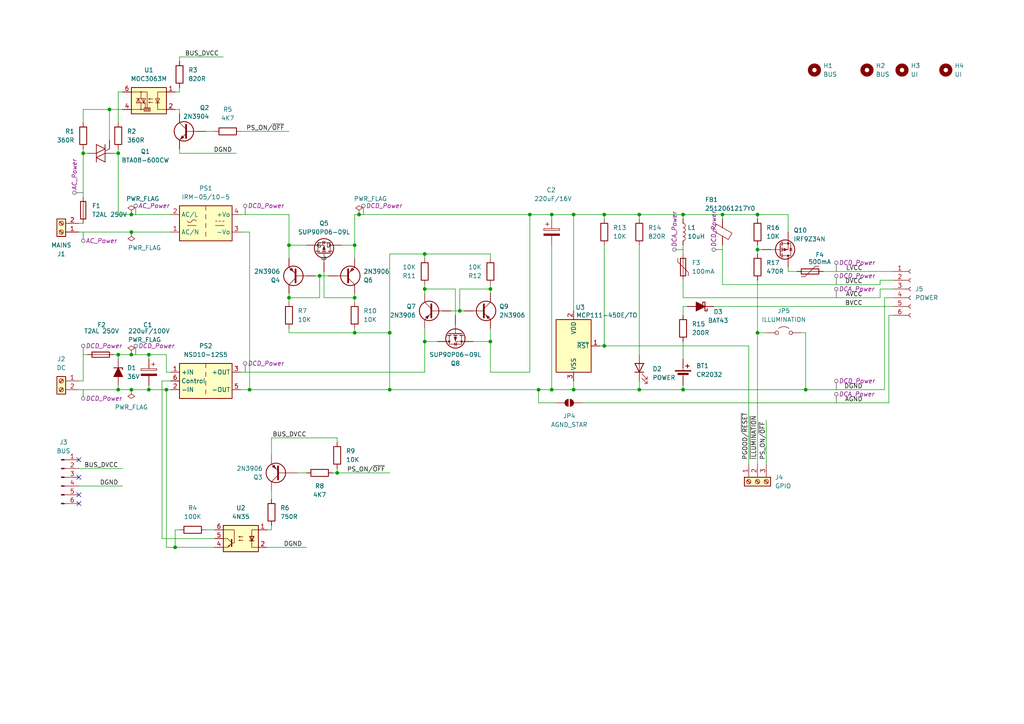
<source format=kicad_sch>
(kicad_sch (version 20250114) (generator "eeschema") (generator_version "9.0")
  (paper "A4")
  (title_block (title "Valhalla MOD-PSU") (date "2025-12-28") (rev "3"))
  (lib_symbols
    (symbol "2N3906_1" (pin_numbers (hide yes)) (pin_names (offset 0) (hide yes))
      (property "Reference" "Q" (at 5.08 1.905 0))
      (property "Value" "2N3906" (at 5.08 0 0))
      (symbol "2N3906_1_1_1"
        (pin input line (at -5.08 0 0) (length 2.54) (name "B") (number "2"))
        (pin passive line (at 2.54 5.08 270) (length 2.54) (name "C") (number "3"))
        (pin passive line (at 2.54 -5.08 90) (length 2.54) (name "E") (number "1"))
      )
    )
    (symbol "2N3906_2" (pin_numbers (hide yes)) (pin_names (offset 0) (hide yes))
      (property "Reference" "Q" (at 5.08 1.905 0))
      (property "Value" "2N3906" (at 5.08 0 0))
      (symbol "2N3906_2_1_1"
        (pin input line (at -5.08 0 0) (length 2.54) (name "B") (number "2"))
        (pin passive line (at 2.54 5.08 270) (length 2.54) (name "C") (number "3"))
        (pin passive line (at 2.54 -5.08 90) (length 2.54) (name "E") (number "1"))
      )
    )
    (symbol "Connector:Conn_01x06_Pin" (pin_names (offset 1.016) (hide yes))
      (property "Reference" "J" (at 0 7.62 0))
      (property "Value" "Conn_01x06_Pin" (at 0 -10.16 0))
      (symbol "Conn_01x06_Pin_1_1"
        (pin passive line (at 5.08 5.08 180) (length 3.81) (name "Pin_1") (number "1"))
        (pin passive line (at 5.08 2.54 180) (length 3.81) (name "Pin_2") (number "2"))
        (pin passive line (at 5.08 0 180) (length 3.81) (name "Pin_3") (number "3"))
        (pin passive line (at 5.08 -2.54 180) (length 3.81) (name "Pin_4") (number "4"))
        (pin passive line (at 5.08 -5.08 180) (length 3.81) (name "Pin_5") (number "5"))
        (pin passive line (at 5.08 -7.62 180) (length 3.81) (name "Pin_6") (number "6"))
      )
    )
    (symbol "Connector:Conn_01x06_Socket" (pin_names (offset 1.016) (hide yes))
      (property "Reference" "J" (at 0 7.62 0))
      (property "Value" "Conn_01x06_Socket" (at 0 -10.16 0))
      (symbol "Conn_01x06_Socket_1_1"
        (pin passive line (at -5.08 5.08 0) (length 3.81) (name "Pin_1") (number "1"))
        (pin passive line (at -5.08 2.54 0) (length 3.81) (name "Pin_2") (number "2"))
        (pin passive line (at -5.08 0 0) (length 3.81) (name "Pin_3") (number "3"))
        (pin passive line (at -5.08 -2.54 0) (length 3.81) (name "Pin_4") (number "4"))
        (pin passive line (at -5.08 -5.08 0) (length 3.81) (name "Pin_5") (number "5"))
        (pin passive line (at -5.08 -7.62 0) (length 3.81) (name "Pin_6") (number "6"))
      )
    )
    (symbol "Connector:Screw_Terminal_01x02" (pin_names (offset 1.016) (hide yes))
      (property "Reference" "J" (at 0 2.54 0))
      (property "Value" "Screw_Terminal_01x02" (at 0 -5.08 0))
      (symbol "Screw_Terminal_01x02_1_1"
        (pin passive line (at -5.08 0 0) (length 3.81) (name "Pin_1") (number "1"))
        (pin passive line (at -5.08 -2.54 0) (length 3.81) (name "Pin_2") (number "2"))
      )
    )
    (symbol "Connector:Screw_Terminal_01x03" (pin_names (offset 1.016) (hide yes))
      (property "Reference" "J" (at 0 5.08 0))
      (property "Value" "Screw_Terminal_01x03" (at 0 -5.08 0))
      (symbol "Screw_Terminal_01x03_1_1"
        (pin passive line (at -5.08 2.54 0) (length 3.81) (name "Pin_1") (number "1"))
        (pin passive line (at -5.08 0 0) (length 3.81) (name "Pin_2") (number "2"))
        (pin passive line (at -5.08 -2.54 0) (length 3.81) (name "Pin_3") (number "3"))
      )
    )
    (symbol "Converter_ACDC:IRM-05-5"
      (property "Reference" "PS" (at 0 6.35 0))
      (property "Value" "IRM-05-5" (at 0 -6.35 0))
      (symbol "IRM-05-5_1_1"
        (pin power_in line (at -10.16 2.54 0) (length 2.54) (name "AC/L") (number "2"))
        (pin power_in line (at -10.16 -2.54 0) (length 2.54) (name "AC/N") (number "1"))
        (pin power_out line (at 10.16 2.54 180) (length 2.54) (name "+Vo") (number "4"))
        (pin power_out line (at 10.16 -2.54 180) (length 2.54) (name "-Vo") (number "3"))
      )
    )
    (symbol "Converter_DCDC:NSD10-xxSyy"
      (property "Reference" "U" (at -6.35 6.35 0))
      (property "Value" "NSD10-xxSyy" (at 2.54 6.35 0))
      (symbol "NSD10-xxSyy_1_0"
        (pin power_in line (at -10.16 2.54 0) (length 2.54) (name "+IN") (number "1"))
        (pin input line (at -10.16 0 0) (length 2.54) (name "Control") (number "6"))
        (pin power_in line (at -10.16 -2.54 0) (length 2.54) (name "-IN") (number "2"))
        (pin no_connect line (at 0 5.08 270) (length 2.54) (hide yes) (name "NC") (number "4"))
        (pin power_out line (at 10.16 2.54 180) (length 2.54) (name "+OUT") (number "3"))
        (pin power_out line (at 10.16 -2.54 180) (length 2.54) (name "-OUT") (number "5"))
      )
    )
    (symbol "Device:Battery_Cell" (pin_numbers (hide yes)) (pin_names (offset 0) (hide yes))
      (property "Reference" "BT" (at 2.54 2.54 0))
      (property "Value" "Battery_Cell" (at 2.54 0 0))
      (symbol "Battery_Cell_1_1"
        (pin passive line (at 0 5.08 270) (length 2.54) (name "+") (number "1"))
        (pin passive line (at 0 -2.54 90) (length 2.54) (name "-") (number "2"))
      )
    )
    (symbol "Device:C_Polarized" (pin_numbers (hide yes)) (pin_names (offset 0.254))
      (property "Reference" "C" (at 0.635 2.54 0))
      (property "Value" "C_Polarized" (at 0.635 -2.54 0))
      (symbol "C_Polarized_1_1"
        (pin passive line (at 0 3.81 270) (length 2.794) (name "~") (number "1"))
        (pin passive line (at 0 -3.81 90) (length 2.794) (name "~") (number "2"))
      )
    )
    (symbol "Device:D_Schottky_Filled" (pin_numbers (hide yes)) (pin_names (offset 1.016) (hide yes))
      (property "Reference" "D" (at 0 2.54 0))
      (property "Value" "D_Schottky_Filled" (at 0 -2.54 0))
      (symbol "D_Schottky_Filled_1_1"
        (pin passive line (at -3.81 0 0) (length 2.54) (name "K") (number "1"))
        (pin passive line (at 3.81 0 180) (length 2.54) (name "A") (number "2"))
      )
    )
    (symbol "Device:D_Zener_Filled" (pin_numbers (hide yes)) (pin_names (offset 1.016) (hide yes))
      (property "Reference" "D" (at 0 2.54 0))
      (property "Value" "D_Zener_Filled" (at 0 -2.54 0))
      (symbol "D_Zener_Filled_1_1"
        (pin passive line (at -3.81 0 0) (length 2.54) (name "K") (number "1"))
        (pin passive line (at 3.81 0 180) (length 2.54) (name "A") (number "2"))
      )
    )
    (symbol "Device:FerriteBead" (pin_numbers (hide yes)) (pin_names (offset 0))
      (property "Reference" "FB" (at -3.81 0.635 90))
      (property "Value" "FerriteBead" (at 3.81 0 90))
      (symbol "FerriteBead_1_1"
        (pin passive line (at 0 3.81 270) (length 2.54) (name "~") (number "1"))
        (pin passive line (at 0 -3.81 90) (length 2.54) (name "~") (number "2"))
      )
    )
    (symbol "Device:Fuse" (pin_numbers (hide yes)) (pin_names (offset 0))
      (property "Reference" "F" (at 2.032 0 90))
      (property "Value" "Fuse" (at -1.905 0 90))
      (symbol "Fuse_1_1"
        (pin passive line (at 0 3.81 270) (length 1.27) (name "~") (number "1"))
        (pin passive line (at 0 -3.81 90) (length 1.27) (name "~") (number "2"))
      )
    )
    (symbol "Device:L" (pin_numbers (hide yes)) (pin_names (offset 1.016) (hide yes))
      (property "Reference" "L" (at -1.27 0 90))
      (property "Value" "L" (at 1.905 0 90))
      (symbol "L_1_1"
        (pin passive line (at 0 3.81 270) (length 1.27) (name "1") (number "1"))
        (pin passive line (at 0 -3.81 90) (length 1.27) (name "2") (number "2"))
      )
    )
    (symbol "Device:LED" (pin_numbers (hide yes)) (pin_names (offset 1.016) (hide yes))
      (property "Reference" "D" (at 0 2.54 0))
      (property "Value" "LED" (at 0 -2.54 0))
      (symbol "LED_1_1"
        (pin passive line (at -3.81 0 0) (length 2.54) (name "K") (number "1"))
        (pin passive line (at 3.81 0 180) (length 2.54) (name "A") (number "2"))
      )
    )
    (symbol "Device:Polyfuse" (pin_numbers (hide yes)) (pin_names (offset 0))
      (property "Reference" "F" (at -2.54 0 90))
      (property "Value" "Polyfuse" (at 2.54 0 90))
      (symbol "Polyfuse_1_1"
        (pin passive line (at 0 3.81 270) (length 1.27) (name "~") (number "1"))
        (pin passive line (at 0 -3.81 90) (length 1.27) (name "~") (number "2"))
      )
    )
    (symbol "Device:R" (pin_numbers (hide yes)) (pin_names (offset 0))
      (property "Reference" "R" (at 2.032 0 90))
      (property "Value" "R" (at 0 0 90))
      (symbol "R_1_1"
        (pin passive line (at 0 3.81 270) (length 1.27) (name "~") (number "1"))
        (pin passive line (at 0 -3.81 90) (length 1.27) (name "~") (number "2"))
      )
    )
    (symbol "IRF4905_1" (pin_numbers (hide yes)) (pin_names (hide yes))
      (property "Reference" "Q" (at 5.08 1.905 0))
      (property "Value" "IRF4905" (at 5.08 0 0))
      (symbol "IRF4905_1_1_1"
        (pin input line (at -5.08 0 0) (length 2.54) (name "G") (number "1"))
        (pin passive line (at 2.54 5.08 270) (length 2.54) (name "D") (number "2"))
        (pin passive line (at 2.54 -5.08 90) (length 2.54) (name "S") (number "3"))
      )
    )
    (symbol "IRF4905_2" (pin_numbers (hide yes))
      (property "Reference" "Q" (at 5.08 1.905 0))
      (property "Value" "IRF4905" (at 5.08 0 0))
      (symbol "IRF4905_2_1_1"
        (pin input line (at -5.08 0 0) (length 2.54) (name "G") (number "1"))
        (pin passive line (at 2.54 5.08 270) (length 2.54) (name "D") (number "2"))
        (pin passive line (at 2.54 -5.08 90) (length 2.54) (name "S") (number "3"))
      )
    )
    (symbol "Isolator:4N35" (pin_names (offset 1.016))
      (property "Reference" "U" (at -5.08 5.08 0))
      (property "Value" "4N35" (at 0 5.08 0))
      (symbol "4N35_1_1"
        (pin passive line (at -7.62 2.54 0) (length 2.54) (name "~") (number "1"))
        (pin passive line (at -7.62 -2.54 0) (length 2.54) (name "~") (number "2"))
        (pin no_connect line (at -5.08 0 0) (length 2.54) (hide yes) (name "NC") (number "3"))
        (pin passive line (at 7.62 2.54 180) (length 2.54) (name "~") (number "6"))
        (pin passive line (at 7.62 0 180) (length 2.54) (name "~") (number "5"))
        (pin passive line (at 7.62 -2.54 180) (length 2.54) (name "~") (number "4"))
      )
    )
    (symbol "Jumper:Jumper_2_Open" (pin_numbers (hide yes)) (pin_names (offset 0) (hide yes))
      (property "Reference" "JP" (at 0 2.794 0))
      (property "Value" "Jumper_2_Open" (at 0 -2.286 0))
      (symbol "Jumper_2_Open_1_1"
        (pin passive line (at -5.08 0 0) (length 2.54) (name "A") (number "1"))
        (pin passive line (at 5.08 0 180) (length 2.54) (name "B") (number "2"))
      )
    )
    (symbol "Jumper:SolderJumper_2_Open" (pin_numbers (hide yes)) (pin_names (offset 0) (hide yes)) (exclude_from_sim yes) (in_bom no)
      (property "Reference" "JP" (at 0 2.032 0))
      (property "Value" "SolderJumper_2_Open" (at 0 -2.54 0))
      (symbol "SolderJumper_2_Open_1_1"
        (pin passive line (at -3.81 0 0) (length 2.54) (name "A") (number "1"))
        (pin passive line (at 3.81 0 180) (length 2.54) (name "B") (number "2"))
      )
    )
    (symbol "Mechanical:MountingHole" (pin_names (offset 1.016)) (exclude_from_sim yes) (in_bom no)
      (property "Reference" "H" (at 0 5.08 0))
      (property "Value" "MountingHole" (at 0 3.175 0))
    )
    (symbol "Power_Supervisor:MCP120-xxxDxTO"
      (property "Reference" "U" (at -5.08 8.89 0))
      (property "Value" "MCP120-xxxDxTO" (at 8.89 8.89 0))
      (symbol "MCP120-xxxDxTO_0_1"
        (pin power_in line (at 0 10.16 270) (length 2.54) (name "VDD") (number "2"))
      )
      (symbol "MCP120-xxxDxTO_1_1"
        (pin power_in line (at 0 -10.16 90) (length 2.54) (name "VSS") (number "3"))
        (pin open_collector line (at 7.62 0 180) (length 2.54) (name "~{RST}") (number "1"))
      )
    )
    (symbol "Relay_SolidState:MOC3063M"
      (property "Reference" "U" (at -5.08 5.08 0))
      (property "Value" "MOC3063M" (at 0 5.08 0))
      (symbol "MOC3063M_0_0"
        (text "ZCD" (at 0.508 -2.54 0) (effects (font (size 0.508 0.508))))
      )
      (symbol "MOC3063M_1_1"
        (pin passive line (at -7.62 2.54 0) (length 2.54) (name "~") (number "1"))
        (pin passive line (at -7.62 -2.54 0) (length 2.54) (name "~") (number "2"))
        (pin no_connect line (at -5.08 0 0) (length 2.54) (hide yes) (name "NC") (number "3"))
        (pin no_connect line (at 5.08 0 180) (length 2.54) (hide yes) (name "NC") (number "5"))
        (pin passive line (at 7.62 2.54 180) (length 2.54) (name "~") (number "6"))
        (pin passive line (at 7.62 -2.54 180) (length 2.54) (name "~") (number "4"))
      )
    )
    (symbol "Transistor_BJT:2N3904" (pin_numbers (hide yes)) (pin_names (offset 0) (hide yes))
      (property "Reference" "Q" (at 5.08 1.905 0))
      (property "Value" "2N3904" (at 5.08 0 0))
      (symbol "2N3904_1_1"
        (pin input line (at -5.08 0 0) (length 2.54) (name "B") (number "2"))
        (pin passive line (at 2.54 5.08 270) (length 2.54) (name "C") (number "3"))
        (pin passive line (at 2.54 -5.08 90) (length 2.54) (name "E") (number "1"))
      )
    )
    (symbol "Transistor_BJT:2N3906" (pin_numbers (hide yes)) (pin_names (offset 0) (hide yes))
      (property "Reference" "Q" (at 5.08 1.905 0))
      (property "Value" "2N3906" (at 5.08 0 0))
      (symbol "2N3906_1_1"
        (pin input line (at -5.08 0 0) (length 2.54) (name "B") (number "2"))
        (pin passive line (at 2.54 5.08 270) (length 2.54) (name "C") (number "3"))
        (pin passive line (at 2.54 -5.08 90) (length 2.54) (name "E") (number "1"))
      )
    )
    (symbol "Transistor_FET:Q_PMOS_GDS" (pin_numbers (hide yes)) (pin_names (offset 0) (hide yes))
      (property "Reference" "Q" (at 5.08 1.905 0))
      (property "Value" "Q_PMOS_GDS" (at 5.08 0 0))
      (symbol "Q_PMOS_GDS_1_1"
        (pin input line (at -5.08 0 0) (length 2.54) (name "G") (number "1"))
        (pin passive line (at 2.54 5.08 270) (length 2.54) (name "D") (number "2"))
        (pin passive line (at 2.54 -5.08 90) (length 2.54) (name "S") (number "3"))
      )
    )
    (symbol "Triac_Thyristor:BTA16-600CW" (pin_numbers (hide yes)) (pin_names (offset 0) (hide yes))
      (property "Reference" "Q" (at 5.08 1.905 0))
      (property "Value" "BTA16-600CW" (at 5.08 0 0))
      (symbol "BTA16-600CW_1_1"
        (pin input line (at -3.81 -2.54 0) (length 2.54) (name "G") (number "3"))
        (pin passive line (at 0 3.81 270) (length 2.54) (name "A2") (number "2"))
        (pin passive line (at 0 -3.81 90) (length 2.54) (name "A1") (number "1"))
      )
    )
    (symbol "power:PWR_FLAG" (power) (pin_numbers (hide yes)) (pin_names (offset 0) (hide yes))
      (property "Value" "PWR_FLAG" (at 0 3.81 0))
      (symbol "PWR_FLAG_0_0"
        (pin power_out line (at 0 0 90) (length 0) (name "~") (number "1"))
      )
    )
  )
  (junction (at 175.26 100.33))
  (junction (at 123.19 83.82))
  (junction (at 175.26 62.23))
  (junction (at 102.87 96.52))
  (junction (at 102.87 71.12))
  (junction (at 123.19 73.66))
  (junction (at 83.82 86.36))
  (junction (at 50.8 158.75))
  (junction (at 198.12 62.23))
  (junction (at 209.55 62.23))
  (junction (at 160.02 113.03))
  (junction (at 142.24 99.06))
  (junction (at 83.82 71.12))
  (junction (at 38.1 113.03))
  (junction (at 113.03 113.03))
  (junction (at 219.71 96.52))
  (junction (at 92.71 80.01))
  (junction (at 166.37 62.23))
  (junction (at 104.14 62.23))
  (junction (at 113.03 96.52))
  (junction (at 31.75 31.75))
  (junction (at 102.87 86.36))
  (junction (at 233.68 113.03))
  (junction (at 43.18 102.87))
  (junction (at 97.79 137.16))
  (junction (at 48.26 113.03))
  (junction (at 72.39 113.03))
  (junction (at 34.29 113.03))
  (junction (at 156.21 113.03))
  (junction (at 24.13 44.45))
  (junction (at 133.35 90.17))
  (junction (at 219.71 62.23))
  (junction (at 185.42 62.23))
  (junction (at 142.24 83.82))
  (junction (at 34.29 44.45))
  (junction (at 153.67 62.23))
  (junction (at 38.1 67.31))
  (junction (at 38.1 62.23))
  (junction (at 43.18 113.03))
  (junction (at 166.37 113.03))
  (junction (at 185.42 113.03))
  (junction (at 198.12 113.03))
  (junction (at 219.71 72.39))
  (junction (at 160.02 62.23))
  (junction (at 123.19 99.06))
  (junction (at 34.29 102.87))
  (junction (at 38.1 102.87))
  (no_connect (at 22.86 143.51))
  (no_connect (at 22.86 146.05))
  (no_connect (at 22.86 138.43))
  (no_connect (at 22.86 133.35))
  (wire (pts (xy 198.12 71.12) (xy 198.12 73.66)))
  (wire (pts (xy 50.8 31.75) (xy 52.07 31.75)))
  (wire (pts (xy 50.8 153.67) (xy 50.8 158.75)))
  (wire (pts (xy 233.68 96.52) (xy 233.68 113.03)))
  (wire (pts (xy 92.71 86.36) (xy 92.71 80.01)))
  (wire (pts (xy 185.42 113.03) (xy 198.12 113.03)))
  (wire (pts (xy 97.79 127) (xy 97.79 128.27)))
  (wire (pts (xy 22.86 64.77) (xy 24.13 64.77)))
  (wire (pts (xy 228.6 78.74) (xy 231.14 78.74)))
  (wire (pts (xy 77.47 158.75) (xy 88.9 158.75)))
  (wire (pts (xy 77.47 153.67) (xy 78.74 153.67)))
  (wire (pts (xy 22.86 67.31) (xy 38.1 67.31)))
  (wire (pts (xy 48.26 102.87) (xy 48.26 107.95)))
  (wire (pts (xy 91.44 80.01) (xy 92.71 80.01)))
  (wire (pts (xy 207.01 88.9) (xy 259.08 88.9)))
  (wire (pts (xy 102.87 86.36) (xy 102.87 87.63)))
  (wire (pts (xy 198.12 81.28) (xy 198.12 86.36)))
  (wire (pts (xy 113.03 96.52) (xy 102.87 96.52)))
  (wire (pts (xy 102.87 85.09) (xy 102.87 86.36)))
  (wire (pts (xy 83.82 86.36) (xy 83.82 87.63)))
  (wire (pts (xy 132.08 83.82) (xy 123.19 83.82)))
  (wire (pts (xy 175.26 71.12) (xy 175.26 100.33)))
  (wire (pts (xy 99.06 71.12) (xy 102.87 71.12)))
  (wire (pts (xy 123.19 99.06) (xy 123.19 95.25)))
  (wire (pts (xy 72.39 113.03) (xy 113.03 113.03)))
  (wire (pts (xy 113.03 113.03) (xy 156.21 113.03)))
  (wire (pts (xy 142.24 107.95) (xy 153.67 107.95)))
  (wire (pts (xy 198.12 62.23) (xy 209.55 62.23)))
  (wire (pts (xy 168.91 116.84) (xy 257.81 116.84)))
  (wire (pts (xy 97.79 137.16) (xy 113.03 137.16)))
  (wire (pts (xy 83.82 85.09) (xy 83.82 86.36)))
  (wire (pts (xy 198.12 113.03) (xy 233.68 113.03)))
  (wire (pts (xy 83.82 96.52) (xy 102.87 96.52)))
  (wire (pts (xy 38.1 67.31) (xy 49.53 67.31)))
  (wire (pts (xy 156.21 116.84) (xy 156.21 113.03)))
  (wire (pts (xy 104.14 62.23) (xy 153.67 62.23)))
  (wire (pts (xy 222.25 121.92) (xy 222.25 134.62)))
  (wire (pts (xy 219.71 81.28) (xy 219.71 96.52)))
  (wire (pts (xy 34.29 43.18) (xy 34.29 44.45)))
  (wire (pts (xy 78.74 127) (xy 97.79 127)))
  (wire (pts (xy 97.79 135.89) (xy 97.79 137.16)))
  (wire (pts (xy 52.07 43.18) (xy 52.07 44.45)))
  (wire (pts (xy 160.02 113.03) (xy 156.21 113.03)))
  (wire (pts (xy 113.03 96.52) (xy 113.03 113.03)))
  (wire (pts (xy 83.82 71.12) (xy 83.82 74.93)))
  (wire (pts (xy 78.74 152.4) (xy 78.74 153.67)))
  (wire (pts (xy 238.76 78.74) (xy 259.08 78.74)))
  (wire (pts (xy 43.18 111.76) (xy 43.18 113.03)))
  (wire (pts (xy 52.07 31.75) (xy 52.07 33.02)))
  (wire (pts (xy 209.55 71.12) (xy 209.55 82.55)))
  (wire (pts (xy 142.24 99.06) (xy 142.24 95.25)))
  (wire (pts (xy 219.71 72.39) (xy 220.98 72.39)))
  (wire (pts (xy 34.29 113.03) (xy 38.1 113.03)))
  (wire (pts (xy 83.82 95.25) (xy 83.82 96.52)))
  (wire (pts (xy 48.26 113.03) (xy 49.53 113.03)))
  (wire (pts (xy 123.19 99.06) (xy 123.19 107.95)))
  (wire (pts (xy 142.24 74.93) (xy 142.24 73.66)))
  (wire (pts (xy 52.07 17.78) (xy 52.07 16.51)))
  (wire (pts (xy 86.36 137.16) (xy 88.9 137.16)))
  (wire (pts (xy 43.18 102.87) (xy 48.26 102.87)))
  (wire (pts (xy 69.85 62.23) (xy 83.82 62.23)))
  (wire (pts (xy 52.07 26.67) (xy 52.07 25.4)))
  (wire (pts (xy 257.81 116.84) (xy 257.81 91.44)))
  (wire (pts (xy 24.13 43.18) (xy 24.13 44.45)))
  (wire (pts (xy 130.81 90.17) (xy 133.35 90.17)))
  (wire (pts (xy 34.29 44.45) (xy 33.02 44.45)))
  (wire (pts (xy 102.87 71.12) (xy 102.87 74.93)))
  (wire (pts (xy 255.27 86.36) (xy 255.27 83.82)))
  (wire (pts (xy 102.87 95.25) (xy 102.87 96.52)))
  (wire (pts (xy 132.08 91.44) (xy 132.08 83.82)))
  (wire (pts (xy 24.13 31.75) (xy 31.75 31.75)))
  (wire (pts (xy 22.86 110.49) (xy 24.13 110.49)))
  (wire (pts (xy 92.71 80.01) (xy 95.25 80.01)))
  (wire (pts (xy 255.27 82.55) (xy 255.27 81.28)))
  (wire (pts (xy 83.82 86.36) (xy 92.71 86.36)))
  (wire (pts (xy 48.26 158.75) (xy 50.8 158.75)))
  (wire (pts (xy 38.1 62.23) (xy 49.53 62.23)))
  (wire (pts (xy 69.85 107.95) (xy 123.19 107.95)))
  (wire (pts (xy 24.13 35.56) (xy 24.13 31.75)))
  (wire (pts (xy 24.13 44.45) (xy 25.4 44.45)))
  (wire (pts (xy 123.19 73.66) (xy 113.03 73.66)))
  (wire (pts (xy 22.86 140.97) (xy 35.56 140.97)))
  (wire (pts (xy 50.8 158.75) (xy 62.23 158.75)))
  (wire (pts (xy 175.26 62.23) (xy 185.42 62.23)))
  (wire (pts (xy 166.37 62.23) (xy 166.37 90.17)))
  (wire (pts (xy 59.69 38.1) (xy 62.23 38.1)))
  (wire (pts (xy 38.1 113.03) (xy 43.18 113.03)))
  (wire (pts (xy 142.24 99.06) (xy 142.24 107.95)))
  (wire (pts (xy 209.55 82.55) (xy 255.27 82.55)))
  (wire (pts (xy 257.81 91.44) (xy 259.08 91.44)))
  (wire (pts (xy 142.24 73.66) (xy 123.19 73.66)))
  (wire (pts (xy 166.37 113.03) (xy 185.42 113.03)))
  (wire (pts (xy 69.85 67.31) (xy 72.39 67.31)))
  (wire (pts (xy 142.24 82.55) (xy 142.24 83.82)))
  (wire (pts (xy 102.87 62.23) (xy 104.14 62.23)))
  (wire (pts (xy 24.13 102.87) (xy 25.4 102.87)))
  (wire (pts (xy 38.1 102.87) (xy 43.18 102.87)))
  (wire (pts (xy 78.74 142.24) (xy 78.74 144.78)))
  (wire (pts (xy 24.13 110.49) (xy 24.13 102.87)))
  (wire (pts (xy 102.87 62.23) (xy 102.87 71.12)))
  (wire (pts (xy 123.19 83.82) (xy 123.19 85.09)))
  (wire (pts (xy 137.16 99.06) (xy 142.24 99.06)))
  (wire (pts (xy 59.69 153.67) (xy 62.23 153.67)))
  (wire (pts (xy 161.29 116.84) (xy 156.21 116.84)))
  (wire (pts (xy 255.27 81.28) (xy 259.08 81.28)))
  (wire (pts (xy 50.8 26.67) (xy 52.07 26.67)))
  (wire (pts (xy 43.18 102.87) (xy 43.18 104.14)))
  (wire (pts (xy 46.99 110.49) (xy 46.99 156.21)))
  (wire (pts (xy 34.29 102.87) (xy 34.29 104.14)))
  (wire (pts (xy 69.85 113.03) (xy 72.39 113.03)))
  (wire (pts (xy 93.98 86.36) (xy 102.87 86.36)))
  (wire (pts (xy 233.68 113.03) (xy 256.54 113.03)))
  (wire (pts (xy 52.07 44.45) (xy 68.58 44.45)))
  (wire (pts (xy 185.42 62.23) (xy 198.12 62.23)))
  (wire (pts (xy 160.02 62.23) (xy 166.37 62.23)))
  (wire (pts (xy 78.74 132.08) (xy 78.74 127)))
  (wire (pts (xy 43.18 113.03) (xy 48.26 113.03)))
  (wire (pts (xy 217.17 134.62) (xy 217.17 100.33)))
  (wire (pts (xy 209.55 63.5) (xy 209.55 62.23)))
  (wire (pts (xy 34.29 44.45) (xy 34.29 62.23)))
  (wire (pts (xy 96.52 137.16) (xy 97.79 137.16)))
  (wire (pts (xy 34.29 102.87) (xy 38.1 102.87)))
  (wire (pts (xy 255.27 83.82) (xy 259.08 83.82)))
  (wire (pts (xy 198.12 63.5) (xy 198.12 62.23)))
  (wire (pts (xy 31.75 31.75) (xy 35.56 31.75)))
  (wire (pts (xy 198.12 88.9) (xy 199.39 88.9)))
  (wire (pts (xy 69.85 38.1) (xy 83.82 38.1)))
  (wire (pts (xy 166.37 113.03) (xy 160.02 113.03)))
  (wire (pts (xy 72.39 67.31) (xy 72.39 113.03)))
  (wire (pts (xy 209.55 62.23) (xy 219.71 62.23)))
  (wire (pts (xy 33.02 102.87) (xy 34.29 102.87)))
  (wire (pts (xy 34.29 111.76) (xy 34.29 113.03)))
  (wire (pts (xy 153.67 62.23) (xy 160.02 62.23)))
  (wire (pts (xy 142.24 83.82) (xy 133.35 83.82)))
  (wire (pts (xy 198.12 99.06) (xy 198.12 104.14)))
  (wire (pts (xy 113.03 73.66) (xy 113.03 96.52)))
  (wire (pts (xy 219.71 71.12) (xy 219.71 72.39)))
  (wire (pts (xy 22.86 113.03) (xy 34.29 113.03)))
  (wire (pts (xy 123.19 83.82) (xy 123.19 82.55)))
  (wire (pts (xy 173.99 100.33) (xy 175.26 100.33)))
  (wire (pts (xy 166.37 110.49) (xy 166.37 113.03)))
  (wire (pts (xy 160.02 71.12) (xy 160.02 113.03)))
  (wire (pts (xy 228.6 62.23) (xy 219.71 62.23)))
  (wire (pts (xy 48.26 113.03) (xy 48.26 158.75)))
  (wire (pts (xy 219.71 72.39) (xy 219.71 73.66)))
  (wire (pts (xy 123.19 73.66) (xy 123.19 74.93)))
  (wire (pts (xy 88.9 71.12) (xy 83.82 71.12)))
  (wire (pts (xy 232.41 96.52) (xy 233.68 96.52)))
  (wire (pts (xy 127 99.06) (xy 123.19 99.06)))
  (wire (pts (xy 228.6 77.47) (xy 228.6 78.74)))
  (wire (pts (xy 93.98 78.74) (xy 93.98 86.36)))
  (wire (pts (xy 22.86 135.89) (xy 35.56 135.89)))
  (wire (pts (xy 133.35 90.17) (xy 134.62 90.17)))
  (wire (pts (xy 62.23 156.21) (xy 46.99 156.21)))
  (wire (pts (xy 175.26 62.23) (xy 175.26 63.5)))
  (wire (pts (xy 34.29 62.23) (xy 38.1 62.23)))
  (wire (pts (xy 175.26 100.33) (xy 217.17 100.33)))
  (wire (pts (xy 219.71 96.52) (xy 219.71 134.62)))
  (wire (pts (xy 166.37 62.23) (xy 175.26 62.23)))
  (wire (pts (xy 142.24 83.82) (xy 142.24 85.09)))
  (wire (pts (xy 83.82 62.23) (xy 83.82 71.12)))
  (wire (pts (xy 160.02 62.23) (xy 160.02 63.5)))
  (wire (pts (xy 52.07 16.51) (xy 64.77 16.51)))
  (wire (pts (xy 153.67 107.95) (xy 153.67 62.23)))
  (wire (pts (xy 228.6 67.31) (xy 228.6 62.23)))
  (wire (pts (xy 185.42 110.49) (xy 185.42 113.03)))
  (wire (pts (xy 198.12 111.76) (xy 198.12 113.03)))
  (wire (pts (xy 219.71 62.23) (xy 219.71 63.5)))
  (wire (pts (xy 198.12 88.9) (xy 198.12 91.44)))
  (wire (pts (xy 48.26 107.95) (xy 49.53 107.95)))
  (wire (pts (xy 52.07 153.67) (xy 50.8 153.67)))
  (wire (pts (xy 185.42 63.5) (xy 185.42 62.23)))
  (wire (pts (xy 198.12 86.36) (xy 255.27 86.36)))
  (wire (pts (xy 24.13 44.45) (xy 24.13 57.15)))
  (wire (pts (xy 259.08 86.36) (xy 256.54 86.36)))
  (wire (pts (xy 219.71 96.52) (xy 222.25 96.52)))
  (wire (pts (xy 31.75 31.75) (xy 31.75 40.64)))
  (wire (pts (xy 34.29 35.56) (xy 34.29 26.67)))
  (wire (pts (xy 34.29 26.67) (xy 35.56 26.67)))
  (wire (pts (xy 133.35 83.82) (xy 133.35 90.17)))
  (wire (pts (xy 256.54 86.36) (xy 256.54 113.03)))
  (wire (pts (xy 49.53 110.49) (xy 46.99 110.49)))
  (wire (pts (xy 185.42 71.12) (xy 185.42 102.87)))
  (label "AVCC" (at 250.19 86.36 180))
  (label "AGND" (at 250.19 116.84 180))
  (label "LVCC" (at 250.19 78.74 180))
  (label "DVCC" (at 250.19 82.55 180))
  (label "BVCC" (at 250.19 88.9 180))
  (label "PS_ON{slash}~{OFF}" (at 222.25 133.35 90))
  (label "DGND" (at 87.63 158.75 180))
  (label "DGND" (at 67.31 44.45 180))
  (label "PS_ON{slash}~{OFF}" (at 82.55 38.1 180))
  (label "BUS_DVCC" (at 63.5 16.51 180))
  (label "PGOOD{slash}~{RESET}" (at 217.17 133.35 90))
  (label "DGND" (at 34.29 140.97 180))
  (label "DGND" (at 250.19 113.03 180))
  (label "BUS_DVCC" (at 88.9 127 180))
  (label "BUS_DVCC" (at 34.29 135.89 180))
  (label "~{ILLUMINATION}" (at 219.71 133.35 90))
  (label "PS_ON{slash}~{OFF}" (at 111.76 137.16 180))
  (netclass_flag "" (length 2.54) (shape round) (at 24.13 102.87 0) (property "Netclass" "DCD_Power" (at 24.8285 100.33 0) (effects (font (italic yes)) (justify left))))
  (netclass_flag "" (length 2.54) (shape round) (at 209.55 72.39 90) (property "Netclass" "DCD_Power" (at 207.01 71.6915 90) (effects (font (italic yes)) (justify left))))
  (netclass_flag "" (length 2.54) (shape round) (at 24.13 67.31 180) (property "Netclass" "AC_Power" (at 24.8285 69.85 0) (effects (font (italic yes)) (justify left))))
  (netclass_flag "" (length 2.54) (shape round) (at 39.37 102.87 0) (property "Netclass" "DCD_Power" (at 40.0685 100.33 0) (effects (font (italic yes)) (justify left))))
  (netclass_flag "" (length 2.54) (shape round) (at 71.12 107.95 0) (property "Netclass" "DCD_Power" (at 71.8185 105.41 0) (effects (font (italic yes)) (justify left))))
  (netclass_flag "" (length 2.54) (shape round) (at 242.57 113.03 0) (property "Netclass" "DCD_Power" (at 243.2685 110.49 0) (effects (font (italic yes)) (justify left))))
  (netclass_flag "" (length 2.54) (shape round) (at 242.57 86.36 0) (property "Netclass" "DCA_Power" (at 243.2685 83.82 0) (effects (font (italic yes)) (justify left))))
  (netclass_flag "" (length 2.54) (shape round) (at 242.57 82.55 0) (property "Netclass" "DCD_Power" (at 243.2685 80.01 0) (effects (font (italic yes)) (justify left))))
  (netclass_flag "" (length 2.54) (shape round) (at 198.12 72.39 90) (property "Netclass" "DCA_Power" (at 195.58 71.6915 90) (effects (font (italic yes)) (justify left))))
  (netclass_flag "" (length 2.54) (shape round) (at 39.37 62.23 0) (property "Netclass" "AC_Power" (at 40.0685 59.69 0) (effects (font (italic yes)) (justify left))))
  (netclass_flag "" (length 2.54) (shape round) (at 24.13 55.88 90) (property "Netclass" "AC_Power" (at 21.59 55.1815 90) (effects (font (italic yes)) (justify left))))
  (netclass_flag "" (length 2.54) (shape round) (at 242.57 116.84 0) (property "Netclass" "DCA_Power" (at 243.2685 114.3 0) (effects (font (italic yes)) (justify left))))
  (netclass_flag "" (length 2.54) (shape round) (at 242.57 78.74 0) (property "Netclass" "DCD_Power" (at 243.2685 76.2 0) (effects (font (italic yes)) (justify left))))
  (netclass_flag "" (length 2.54) (shape round) (at 105.41 62.23 0) (property "Netclass" "DCD_Power" (at 106.1085 59.69 0) (effects (font (italic yes)) (justify left))))
  (netclass_flag "" (length 2.54) (shape round) (at 71.12 62.23 0) (property "Netclass" "DCD_Power" (at 71.8185 59.69 0) (effects (font (italic yes)) (justify left))))
  (netclass_flag "" (length 2.54) (shape round) (at 24.13 113.03 180) (property "Netclass" "DCD_Power" (at 24.8285 115.57 0) (effects (font (italic yes)) (justify left))))
  (symbol (lib_id "Device:Fuse") (at 29.21 102.87 90) (unit 1)
    (property "Reference" "F2" (at 29.464 94.234 90))
    (property "Value" "T2AL 250V" (at 29.464 96.012 90))
    (property "Footprint" "Fuse:Fuseholder_Clip-5x20mm_Bel_FC-203-22_Lateral_P17.80x5.00mm_D1.17mm_Horizontal" (effects (hide yes)))
    (property "Description" "Fuse" (effects (hide yes)))
  )
  (symbol (lib_id "Transistor_FET:Q_PMOS_GDS") (at 226.06 72.39 0) (mirror x) (unit 1)
    (property "Reference" "Q10" (at 230.124 66.802 0) (effects (justify left)))
    (property "Value" "IRF9Z34N" (at 230.124 69.342 0) (effects (justify left)))
    (property "Footprint" "Package_TO_SOT_THT:TO-220-3_Horizontal_TabDown" (effects (hide yes)))
    (property "Description" "P-MOSFET transistor, gate/drain/source" (effects (hide yes)))
  )
  (symbol (lib_id "Converter_DCDC:NSD10-xxSyy") (at 59.69 110.49 0) (unit 1)
    (property "Reference" "PS2" (at 59.69 100.33 0))
    (property "Value" "NSD10-12S5" (at 59.69 102.87 0))
    (property "Footprint" "Converter_DCDC:Converter_DCDC_MeanWell_NSD10_THT" (effects (hide yes)))
    (property "Datasheet" "https://www.meanwell.com/webapp/product/search.aspx?prod=NSD10-S" (effects (hide yes)))
    (property "Description" "MeanWell 10W DC/DC converter, fixed output, 1kVDC isolation" (effects (hide yes)))
  )
  (symbol (lib_name "2N3906_1") (lib_id "Transistor_BJT:2N3906") (at 100.33 80.01 0) (mirror x) (unit 1)
    (property "Reference" "Q6" (at 105.41 81.2801 0) (effects (justify left)))
    (property "Value" "2N3906" (at 105.41 78.7401 0) (effects (justify left)))
    (property "Footprint" "Package_TO_SOT_THT:TO-92_Wide" (effects (hide yes)))
    (property "Datasheet" "https://www.onsemi.com/pub/Collateral/2N3906-D.PDF" (effects (hide yes)))
    (property "Description" "-0.2A Ic, -40V Vce, Small Signal PNP Transistor, TO-92" (effects (hide yes)))
    (property "Sim.Device" "PNP" (effects (hide yes)))
    (property "Sim.Pins" "1=E 2=B 3=C" (effects (hide yes)))
  )
  (symbol (lib_id "Device:R") (at 52.07 21.59 180) (unit 1)
    (property "Reference" "R3" (at 54.61 20.3199 0) (effects (justify right)))
    (property "Value" "820R" (at 54.61 22.8599 0) (effects (justify right)))
    (property "Footprint" "Resistor_THT:R_Axial_DIN0207_L6.3mm_D2.5mm_P5.08mm_Vertical" (effects (hide yes)))
    (property "Description" "Resistor" (effects (hide yes)))
  )
  (symbol (lib_id "Device:Fuse") (at 24.13 60.96 180) (unit 1)
    (property "Reference" "F1" (at 26.67 59.6899 0) (effects (justify right)))
    (property "Value" "T2AL 250V" (at 26.67 62.2299 0) (effects (justify right)))
    (property "Footprint" "Fuse:Fuseholder_Clip-5x20mm_Bel_FC-203-22_Lateral_P17.80x5.00mm_D1.17mm_Horizontal" (effects (hide yes)))
    (property "Description" "Fuse" (effects (hide yes)))
  )
  (symbol (lib_id "Device:Polyfuse") (at 198.12 77.47 0) (unit 1)
    (property "Reference" "F3" (at 200.66 76.1999 0) (effects (justify left)))
    (property "Value" "100mA" (at 200.66 78.7399 0) (effects (justify left)))
    (property "Footprint" "Fuse:Fuse_BelFuse_0ZRE0005FF_L8.3mm_W3.8mm" (effects (hide yes)))
    (property "Description" "Resettable fuse, polymeric positive temperature coefficient" (effects (hide yes)))
  )
  (symbol (lib_id "Device:R") (at 83.82 91.44 0) (unit 1)
    (property "Reference" "R7" (at 86.36 90.1699 0) (effects (justify left)))
    (property "Value" "10K" (at 86.36 92.7099 0) (effects (justify left)))
    (property "Footprint" "Resistor_THT:R_Axial_DIN0207_L6.3mm_D2.5mm_P5.08mm_Vertical" (effects (hide yes)))
    (property "Description" "Resistor" (effects (hide yes)))
  )
  (symbol (lib_name "2N3906_1") (lib_id "Transistor_BJT:2N3906") (at 125.73 90.17 0) (mirror y) (unit 1)
    (property "Reference" "Q7" (at 120.65 88.8999 0) (effects (justify left)))
    (property "Value" "2N3906" (at 120.65 91.4399 0) (effects (justify left)))
    (property "Footprint" "Package_TO_SOT_THT:TO-92_Wide" (effects (hide yes)))
    (property "Datasheet" "https://www.onsemi.com/pub/Collateral/2N3906-D.PDF" (effects (hide yes)))
    (property "Description" "-0.2A Ic, -40V Vce, Small Signal PNP Transistor, TO-92" (effects (hide yes)))
    (property "Sim.Device" "PNP" (effects (hide yes)))
    (property "Sim.Pins" "1=E 2=B 3=C" (effects (hide yes)))
  )
  (symbol (lib_name "IRF4905_1") (lib_id "Transistor_FET:IRF4905") (at 132.08 96.52 90) (mirror x) (unit 1)
    (property "Reference" "Q8" (at 132.08 105.41 90))
    (property "Value" "SUP90P06-09L" (at 132.08 102.87 90))
    (property "Footprint" "Package_TO_SOT_THT:TO-220-3_Horizontal_TabDown" (effects (hide yes)))
    (property "Datasheet" "http://www.infineon.com/dgdl/irf4905.pdf?fileId=5546d462533600a4015355e32165197c" (effects (hide yes)))
    (property "Description" "-74A Id, -55V Vds, Single P-Channel HEXFET Power MOSFET, 20mOhm Ron, TO-220AB" (effects (hide yes)))
  )
  (symbol (lib_id "Device:R") (at 34.29 39.37 180) (unit 1)
    (property "Reference" "R2" (at 36.83 38.0999 0) (effects (justify right)))
    (property "Value" "360R" (at 36.83 40.6399 0) (effects (justify right)))
    (property "Footprint" "Resistor_THT:R_Axial_DIN0207_L6.3mm_D2.5mm_P5.08mm_Vertical" (effects (hide yes)))
    (property "Description" "Resistor" (effects (hide yes)))
  )
  (symbol (lib_id "Device:R") (at 97.79 132.08 0) (mirror y) (unit 1)
    (property "Reference" "R9" (at 100.33 130.8099 0) (effects (justify right)))
    (property "Value" "10K" (at 100.33 133.3499 0) (effects (justify right)))
    (property "Footprint" "Resistor_THT:R_Axial_DIN0207_L6.3mm_D2.5mm_P5.08mm_Vertical" (effects (hide yes)))
    (property "Description" "Resistor" (effects (hide yes)))
  )
  (symbol (lib_id "Isolator:4N35") (at 69.85 156.21 0) (mirror y) (unit 1)
    (property "Reference" "U2" (at 69.85 147.32 0))
    (property "Value" "4N35" (at 69.85 149.86 0))
    (property "Footprint" "Package_DIP:DIP-6_W7.62mm" (effects (hide yes)))
    (property "Datasheet" "https://www.vishay.com/docs/81181/4n35.pdf" (effects (hide yes)))
    (property "Description" "Optocoupler, Phototransistor Output, with Base Connection, Vce 70V, CTR 100%, Viso 5000V, DIP6" (effects (hide yes)))
  )
  (symbol (lib_id "power:PWR_FLAG") (at 104.14 62.23 0) (unit 1)
    (property "Reference" "#FLG05" (effects (hide yes)))
    (property "Value" "PWR_FLAG" (at 107.442 57.658 0))
    (property "Description" "Special symbol for telling ERC where power comes from" (effects (hide yes)))
  )
  (symbol (lib_id "Jumper:Jumper_2_Open") (at 227.33 96.52 0) (unit 1)
    (property "Reference" "JP5" (at 227.33 90.17 0))
    (property "Value" "ILLUMINATION" (at 227.33 92.71 0))
    (property "Footprint" "Connector_PinHeader_2.54mm:PinHeader_1x02_P2.54mm_Vertical" (effects (hide yes)))
    (property "Description" "Jumper, 2-pole, open" (effects (hide yes)))
  )
  (symbol (lib_id "power:PWR_FLAG") (at 38.1 102.87 0) (unit 1)
    (property "Reference" "#FLG03" (effects (hide yes)))
    (property "Value" "PWR_FLAG" (at 41.91 98.552 0))
    (property "Description" "Special symbol for telling ERC where power comes from" (effects (hide yes)))
  )
  (symbol (lib_id "Device:C_Polarized") (at 160.02 67.31 0) (unit 1)
    (property "Reference" "C2" (at 158.496 55.118 0) (effects (justify left)))
    (property "Value" "220uF/16V" (at 154.94 57.658 0) (effects (justify left)))
    (property "Footprint" "Capacitor_THT:CP_Radial_D6.3mm_P2.50mm" (effects (hide yes)))
    (property "Description" "Polarized capacitor" (effects (hide yes)))
  )
  (symbol (lib_id "power:PWR_FLAG") (at 38.1 62.23 0) (unit 1)
    (property "Reference" "#FLG01" (effects (hide yes)))
    (property "Value" "PWR_FLAG" (at 41.402 57.658 0))
    (property "Description" "Special symbol for telling ERC where power comes from" (effects (hide yes)))
  )
  (symbol (lib_id "Connector:Conn_01x06_Pin") (at 17.78 138.43 0) (unit 1)
    (property "Reference" "J3" (at 18.415 128.27 0))
    (property "Value" "BUS" (at 18.415 130.81 0))
    (property "Footprint" "PCM_EasyEDA:Molex_KK-254_A-7478-06A_1x06_P2.54mm_Horizontal" (effects (hide yes)))
    (property "Description" "Generic connector, single row, 01x06, script generated" (effects (hide yes)))
  )
  (symbol (lib_id "power:PWR_FLAG") (at 38.1 67.31 180) (unit 1)
    (property "Reference" "#FLG02" (effects (hide yes)))
    (property "Value" "PWR_FLAG" (at 41.91 71.882 0))
    (property "Description" "Special symbol for telling ERC where power comes from" (effects (hide yes)))
  )
  (symbol (lib_id "Device:R") (at 219.71 67.31 0) (unit 1)
    (property "Reference" "R16" (at 222.25 66.0399 0) (effects (justify left)))
    (property "Value" "10K" (at 222.25 68.5799 0) (effects (justify left)))
    (property "Footprint" "Resistor_THT:R_Axial_DIN0207_L6.3mm_D2.5mm_P5.08mm_Vertical" (effects (hide yes)))
    (property "Description" "Resistor" (effects (hide yes)))
  )
  (symbol (lib_id "Device:R") (at 142.24 78.74 180) (unit 1)
    (property "Reference" "R12" (at 139.7 80.0101 0) (effects (justify left)))
    (property "Value" "10K" (at 139.7 77.4701 0) (effects (justify left)))
    (property "Footprint" "Resistor_THT:R_Axial_DIN0207_L6.3mm_D2.5mm_P5.08mm_Vertical" (effects (hide yes)))
    (property "Description" "Resistor" (effects (hide yes)))
  )
  (symbol (lib_id "Connector:Screw_Terminal_01x03") (at 219.71 139.7 90) (mirror x) (unit 1)
    (property "Reference" "J4" (at 224.79 138.4299 90) (effects (justify right)))
    (property "Value" "GPIO" (at 224.79 140.9699 90) (effects (justify right)))
    (property "Footprint" "TerminalBlock_Phoenix:TerminalBlock_Phoenix_MPT-0,5-3-2.54_1x03_P2.54mm_Horizontal" (effects (hide yes)))
    (property "Description" "Generic screw terminal, single row, 01x03, script generated (kicad-library-utils/schlib/autogen/connector/)" (effects (hide yes)))
  )
  (symbol (lib_id "Connector:Conn_01x06_Socket") (at 264.16 83.82 0) (unit 1)
    (property "Reference" "J5" (at 265.43 83.8199 0) (effects (justify left)))
    (property "Value" "POWER" (at 265.43 86.3599 0) (effects (justify left)))
    (property "Footprint" "PCM_EasyEDA:CONN-TN_39301060" (effects (hide yes)))
    (property "Description" "Generic connector, single row, 01x06, script generated" (effects (hide yes)))
  )
  (symbol (lib_id "Device:Battery_Cell") (at 198.12 109.22 0) (unit 1)
    (property "Reference" "BT1" (at 201.93 106.1084 0) (effects (justify left)))
    (property "Value" "CR2032" (at 201.93 108.6484 0) (effects (justify left)))
    (property "Footprint" "PCM_EasyEDA:BAT-TH_BS-02-A1AJ010" (effects (hide yes)))
    (property "Description" "Single-cell battery" (effects (hide yes)))
  )
  (symbol (lib_id "Device:R") (at 24.13 39.37 180) (unit 1)
    (property "Reference" "R1" (at 21.59 38.0999 0) (effects (justify left)))
    (property "Value" "360R" (at 21.59 40.6399 0) (effects (justify left)))
    (property "Footprint" "Resistor_THT:R_Axial_DIN0207_L6.3mm_D2.5mm_P5.08mm_Vertical" (effects (hide yes)))
    (property "Description" "Resistor" (effects (hide yes)))
  )
  (symbol (lib_id "Device:R") (at 66.04 38.1 90) (mirror x) (unit 1)
    (property "Reference" "R5" (at 66.04 31.75 90))
    (property "Value" "4K7" (at 66.04 34.29 90))
    (property "Footprint" "Resistor_THT:R_Axial_DIN0207_L6.3mm_D2.5mm_P5.08mm_Vertical" (effects (hide yes)))
    (property "Description" "Resistor" (effects (hide yes)))
  )
  (symbol (lib_id "Mechanical:MountingHole") (at 251.46 20.32 0) (unit 1) (exclude_from_sim yes) (in_bom no)
    (property "Reference" "H2" (at 254 19.0499 0) (effects (justify left)))
    (property "Value" "BUS" (at 254 21.5899 0) (effects (justify left)))
    (property "Footprint" "MountingHole:MountingHole_3.2mm_M3_ISO7380" (effects (hide yes)))
    (property "Description" "Mounting Hole without connection" (effects (hide yes)))
  )
  (symbol (lib_id "Device:R") (at 78.74 148.59 180) (unit 1)
    (property "Reference" "R6" (at 81.28 147.3199 0) (effects (justify right)))
    (property "Value" "750R" (at 81.28 149.8599 0) (effects (justify right)))
    (property "Footprint" "Resistor_THT:R_Axial_DIN0207_L6.3mm_D2.5mm_P5.08mm_Vertical" (effects (hide yes)))
    (property "Description" "Resistor" (effects (hide yes)))
  )
  (symbol (lib_id "Triac_Thyristor:BTA16-600CW") (at 29.21 44.45 90) (mirror x) (unit 1)
    (property "Reference" "Q1" (at 42.164 43.942 90))
    (property "Value" "BTA08-600CW" (at 42.164 46.482 90))
    (property "Footprint" "Package_TO_SOT_THT:TO-220-3_Horizontal_TabDown" (effects (hide yes)))
    (property "Datasheet" "https://www.st.com/resource/en/datasheet/bta16.pdf" (effects (hide yes)))
    (property "Description" "16A RMS, 600V Off-State Voltage, 35mA Sensitivity, Snubberless, Insulated, Triac, TO-220" (effects (hide yes)))
  )
  (symbol (lib_id "Mechanical:MountingHole") (at 236.22 20.32 0) (unit 1) (exclude_from_sim yes) (in_bom no)
    (property "Reference" "H1" (at 238.76 19.0499 0) (effects (justify left)))
    (property "Value" "BUS" (at 238.76 21.5899 0) (effects (justify left)))
    (property "Footprint" "MountingHole:MountingHole_3.2mm_M3_ISO7380" (effects (hide yes)))
    (property "Description" "Mounting Hole without connection" (effects (hide yes)))
  )
  (symbol (lib_name "2N3906_2") (lib_id "Transistor_BJT:2N3906") (at 139.7 90.17 0) (unit 1)
    (property "Reference" "Q9" (at 144.78 88.8999 0) (effects (justify left)))
    (property "Value" "2N3906" (at 144.78 91.4399 0) (effects (justify left)))
    (property "Footprint" "Package_TO_SOT_THT:TO-92_Wide" (effects (hide yes)))
    (property "Datasheet" "https://www.onsemi.com/pub/Collateral/2N3906-D.PDF" (effects (hide yes)))
    (property "Description" "-0.2A Ic, -40V Vce, Small Signal PNP Transistor, TO-92" (effects (hide yes)))
    (property "Sim.Device" "PNP" (effects (hide yes)))
    (property "Sim.Pins" "1=E 2=B 3=C" (effects (hide yes)))
  )
  (symbol (lib_id "Device:D_Zener_Filled") (at 34.29 107.95 270) (unit 1)
    (property "Reference" "D1" (at 36.83 106.6799 90) (effects (justify left)))
    (property "Value" "36V" (at 36.83 109.2199 90) (effects (justify left)))
    (property "Footprint" "Diode_THT:D_DO-41_SOD81_P5.08mm_Vertical_KathodeUp" (effects (hide yes)))
    (property "Description" "Zener diode, filled shape" (effects (hide yes)))
  )
  (symbol (lib_id "Device:R") (at 175.26 67.31 0) (unit 1)
    (property "Reference" "R13" (at 177.8 66.0399 0) (effects (justify left)))
    (property "Value" "10K" (at 177.8 68.5799 0) (effects (justify left)))
    (property "Footprint" "Resistor_THT:R_Axial_DIN0207_L6.3mm_D2.5mm_P5.08mm_Vertical" (effects (hide yes)))
    (property "Description" "Resistor" (effects (hide yes)))
  )
  (symbol (lib_id "Device:FerriteBead") (at 209.55 67.31 0) (unit 1)
    (property "Reference" "FB1" (at 204.47 57.912 0) (effects (justify left)))
    (property "Value" "2512061217Y0" (at 204.47 60.452 0) (effects (justify left)))
    (property "Footprint" "Inductor_THT:L_Axial_L5.0mm_D3.6mm_P10.00mm_Horizontal_Murata_BL01RN1A2A2" (effects (hide yes)))
    (property "Description" "Ferrite bead" (effects (hide yes)))
  )
  (symbol (lib_id "Device:C_Polarized") (at 43.18 107.95 0) (mirror y) (unit 1)
    (property "Reference" "C1" (at 44.196 94.234 0) (effects (justify left)))
    (property "Value" "220uF/100V" (at 49.276 96.012 0) (effects (justify left)))
    (property "Footprint" "Capacitor_THT:CP_Radial_D6.3mm_P2.50mm" (effects (hide yes)))
    (property "Description" "Polarized capacitor" (effects (hide yes)))
    (property "Constraint" "ESR < 1Ohm@350kHz" (effects (hide yes)))
  )
  (symbol (lib_id "power:PWR_FLAG") (at 38.1 113.03 180) (unit 1)
    (property "Reference" "#FLG04" (effects (hide yes)))
    (property "Value" "PWR_FLAG" (at 38.1 118.11 0))
    (property "Description" "Special symbol for telling ERC where power comes from" (effects (hide yes)))
  )
  (symbol (lib_id "Device:R") (at 55.88 153.67 90) (mirror x) (unit 1)
    (property "Reference" "R4" (at 55.88 147.32 90))
    (property "Value" "100K" (at 55.88 149.86 90))
    (property "Footprint" "Resistor_THT:R_Axial_DIN0207_L6.3mm_D2.5mm_P5.08mm_Vertical" (effects (hide yes)))
    (property "Description" "Resistor" (effects (hide yes)))
  )
  (symbol (lib_id "Jumper:SolderJumper_2_Open") (at 165.1 116.84 0) (unit 1) (exclude_from_sim yes) (in_bom no)
    (property "Reference" "JP4" (at 165.1 120.65 0))
    (property "Value" "AGND_STAR" (at 165.1 123.19 0))
    (property "Footprint" "Jumper:SolderJumper-2_P1.3mm_Open_RoundedPad1.0x1.5mm" (effects (hide yes)))
    (property "Description" "Solder Jumper, 2-pole, open" (effects (hide yes)))
  )
  (symbol (lib_id "Transistor_BJT:2N3906") (at 81.28 137.16 180) (unit 1)
    (property "Reference" "Q3" (at 76.2 138.4301 0) (effects (justify left)))
    (property "Value" "2N3906" (at 76.2 135.8901 0) (effects (justify left)))
    (property "Footprint" "Package_TO_SOT_THT:TO-92_Wide" (effects (hide yes)))
    (property "Datasheet" "https://www.onsemi.com/pub/Collateral/2N3906-D.PDF" (effects (hide yes)))
    (property "Description" "-0.2A Ic, -40V Vce, Small Signal PNP Transistor, TO-92" (effects (hide yes)))
    (property "Sim.Device" "PNP" (effects (hide yes)))
    (property "Sim.Pins" "1=E 2=B 3=C" (effects (hide yes)))
  )
  (symbol (lib_id "Device:R") (at 198.12 95.25 0) (unit 1)
    (property "Reference" "R15" (at 200.66 93.9799 0) (effects (justify left)))
    (property "Value" "200R" (at 200.66 96.5199 0) (effects (justify left)))
    (property "Footprint" "Resistor_THT:R_Axial_DIN0207_L6.3mm_D2.5mm_P5.08mm_Vertical" (effects (hide yes)))
    (property "Description" "Resistor" (effects (hide yes)))
  )
  (symbol (lib_id "Device:R") (at 123.19 78.74 0) (unit 1)
    (property "Reference" "R11" (at 120.65 80.0101 0) (effects (justify right)))
    (property "Value" "10K" (at 120.65 77.4701 0) (effects (justify right)))
    (property "Footprint" "Resistor_THT:R_Axial_DIN0207_L6.3mm_D2.5mm_P5.08mm_Vertical" (effects (hide yes)))
    (property "Description" "Resistor" (effects (hide yes)))
  )
  (symbol (lib_id "Device:LED") (at 185.42 106.68 90) (unit 1)
    (property "Reference" "D2" (at 189.23 106.9974 90) (effects (justify right)))
    (property "Value" "POWER" (at 189.23 109.5374 90) (effects (justify right)))
    (property "Footprint" "LED_THT:LED_D3.0mm_Horizontal_O1.27mm_Z2.0mm" (effects (hide yes)))
    (property "Description" "Light emitting diode" (effects (hide yes)))
    (property "Sim.Pins" "1=K 2=A" (effects (hide yes)))
  )
  (symbol (lib_id "Device:R") (at 92.71 137.16 90) (mirror x) (unit 1)
    (property "Reference" "R8" (at 92.71 140.97 90))
    (property "Value" "4K7" (at 92.71 143.51 90))
    (property "Footprint" "Resistor_THT:R_Axial_DIN0207_L6.3mm_D2.5mm_P5.08mm_Vertical" (effects (hide yes)))
    (property "Description" "Resistor" (effects (hide yes)))
  )
  (symbol (lib_id "Device:R") (at 185.42 67.31 0) (unit 1)
    (property "Reference" "R14" (at 187.96 66.0399 0) (effects (justify left)))
    (property "Value" "820R" (at 187.96 68.5799 0) (effects (justify left)))
    (property "Footprint" "Resistor_THT:R_Axial_DIN0207_L6.3mm_D2.5mm_P5.08mm_Vertical" (effects (hide yes)))
    (property "Description" "Resistor" (effects (hide yes)))
  )
  (symbol (lib_id "Device:R") (at 219.71 77.47 0) (unit 1)
    (property "Reference" "R17" (at 222.25 76.1999 0) (effects (justify left)))
    (property "Value" "470R" (at 222.25 78.7399 0) (effects (justify left)))
    (property "Footprint" "Resistor_THT:R_Axial_DIN0207_L6.3mm_D2.5mm_P5.08mm_Vertical" (effects (hide yes)))
    (property "Description" "Resistor" (effects (hide yes)))
  )
  (symbol (lib_id "Relay_SolidState:MOC3063M") (at 43.18 29.21 0) (mirror y) (unit 1)
    (property "Reference" "U1" (at 43.18 20.32 0))
    (property "Value" "MOC3063M" (at 43.18 22.86 0))
    (property "Footprint" "Package_DIP:DIP-6_W10.16mm" (effects (hide yes)))
    (property "Datasheet" "https://www.onsemi.com/pub/Collateral/MOC3163M-D.pdf" (effects (hide yes)))
    (property "Description" "Zero Cross Opto-Triac, Vdrm 600V, Ift 5mA, DIP6" (effects (hide yes)))
  )
  (symbol (lib_id "Transistor_BJT:2N3904") (at 54.61 38.1 0) (mirror y) (unit 1)
    (property "Reference" "Q2" (at 60.706 31.242 0) (effects (justify left)))
    (property "Value" "2N3904" (at 60.706 33.782 0) (effects (justify left)))
    (property "Footprint" "Package_TO_SOT_THT:TO-92_Wide" (effects (hide yes)))
    (property "Datasheet" "https://www.onsemi.com/pub/Collateral/2N3903-D.PDF" (effects (hide yes)))
    (property "Description" "0.2A Ic, 40V Vce, Small Signal NPN Transistor, TO-92" (effects (hide yes)))
    (property "Sim.Device" "NPN" (effects (hide yes)))
    (property "Sim.Pins" "1=E 2=B 3=C" (effects (hide yes)))
  )
  (symbol (lib_name "IRF4905_2") (lib_id "Transistor_FET:IRF4905") (at 93.98 73.66 270) (mirror x) (unit 1)
    (property "Reference" "Q5" (at 93.98 64.77 90))
    (property "Value" "SUP90P06-09L" (at 93.98 67.31 90))
    (property "Footprint" "Package_TO_SOT_THT:TO-220-3_Horizontal_TabDown" (effects (hide yes)))
    (property "Datasheet" "http://www.infineon.com/dgdl/irf4905.pdf?fileId=5546d462533600a4015355e32165197c" (effects (hide yes)))
    (property "Description" "-74A Id, -55V Vds, Single P-Channel HEXFET Power MOSFET, 20mOhm Ron, TO-220AB" (effects (hide yes)))
  )
  (symbol (lib_id "Connector:Screw_Terminal_01x02") (at 17.78 67.31 180) (unit 1)
    (property "Reference" "J1" (at 17.78 73.66 0))
    (property "Value" "MAINS" (at 17.78 71.12 0))
    (property "Footprint" "TerminalBlock_Phoenix:TerminalBlock_Phoenix_MKDS-3-2-5.08_1x02_P5.08mm_Horizontal" (effects (hide yes)))
    (property "Description" "Generic screw terminal, single row, 01x02, script generated (kicad-library-utils/schlib/autogen/connector/)" (effects (hide yes)))
  )
  (symbol (lib_id "Device:L") (at 198.12 67.31 0) (unit 1)
    (property "Reference" "L1" (at 199.39 66.0399 0) (effects (justify left)))
    (property "Value" "10uH" (at 199.39 68.5799 0) (effects (justify left)))
    (property "Footprint" "Inductor_THT:L_Radial_D8.7mm_P5.00mm_Fastron_07HCP" (effects (hide yes)))
    (property "Description" "Inductor" (effects (hide yes)))
  )
  (symbol (lib_id "Device:D_Schottky_Filled") (at 203.2 88.9 180) (unit 1)
    (property "Reference" "D3" (at 208.28 90.424 0))
    (property "Value" "BAT43" (at 208.28 92.964 0))
    (property "Footprint" "Diode_THT:D_DO-34_SOD68_P5.08mm_Vertical_KathodeUp" (effects (hide yes)))
    (property "Description" "Schottky diode, filled shape" (effects (hide yes)))
  )
  (symbol (lib_id "Device:Polyfuse") (at 234.95 78.74 90) (unit 1)
    (property "Reference" "F4" (at 237.744 73.914 90))
    (property "Value" "500mA" (at 237.744 75.946 90))
    (property "Footprint" "Fuse:Fuse_BelFuse_0ZRE0005FF_L8.3mm_W3.8mm" (effects (hide yes)))
    (property "Description" "Resettable fuse, polymeric positive temperature coefficient" (effects (hide yes)))
  )
  (symbol (lib_id "Power_Supervisor:MCP120-xxxDxTO") (at 166.37 100.33 0) (unit 1)
    (property "Reference" "U3" (at 169.672 89.154 0) (effects (justify right)))
    (property "Value" "MCP111-450E/TO" (at 184.912 91.44 0) (effects (justify right)))
    (property "Footprint" "Package_TO_SOT_THT:TO-92_Wide" (effects (hide yes)))
    (property "Datasheet" "http://ww1.microchip.com/downloads/en/DeviceDoc/11184d.pdf" (effects (hide yes)))
    (property "Description" "Microcontroller supervisory circuit, TO-92" (effects (hide yes)))
  )
  (symbol (lib_id "Mechanical:MountingHole") (at 274.32 20.32 0) (unit 1) (exclude_from_sim yes) (in_bom no)
    (property "Reference" "H4" (at 276.86 19.0499 0) (effects (justify left)))
    (property "Value" "UI" (at 276.86 21.5899 0) (effects (justify left)))
    (property "Footprint" "MountingHole:MountingHole_3.2mm_M3_ISO7380" (effects (hide yes)))
    (property "Description" "Mounting Hole without connection" (effects (hide yes)))
  )
  (symbol (lib_id "Connector:Screw_Terminal_01x02") (at 17.78 110.49 0) (mirror y) (unit 1)
    (property "Reference" "J2" (at 17.78 104.14 0))
    (property "Value" "DC" (at 17.78 106.68 0))
    (property "Footprint" "TerminalBlock_Phoenix:TerminalBlock_Phoenix_MKDS-3-2-5.08_1x02_P5.08mm_Horizontal" (effects (hide yes)))
    (property "Description" "Generic screw terminal, single row, 01x02, script generated (kicad-library-utils/schlib/autogen/connector/)" (effects (hide yes)))
  )
  (symbol (lib_id "Mechanical:MountingHole") (at 261.62 20.32 0) (unit 1) (exclude_from_sim yes) (in_bom no)
    (property "Reference" "H3" (at 264.16 19.0499 0) (effects (justify left)))
    (property "Value" "UI" (at 264.16 21.5899 0) (effects (justify left)))
    (property "Footprint" "MountingHole:MountingHole_3.2mm_M3_ISO7380" (effects (hide yes)))
    (property "Description" "Mounting Hole without connection" (effects (hide yes)))
  )
  (symbol (lib_id "Device:R") (at 102.87 91.44 180) (unit 1)
    (property "Reference" "R10" (at 105.41 90.1699 0) (effects (justify right)))
    (property "Value" "10K" (at 105.41 92.7099 0) (effects (justify right)))
    (property "Footprint" "Resistor_THT:R_Axial_DIN0207_L6.3mm_D2.5mm_P5.08mm_Vertical" (effects (hide yes)))
    (property "Description" "Resistor" (effects (hide yes)))
  )
  (symbol (lib_name "2N3906_2") (lib_id "Transistor_BJT:2N3906") (at 86.36 80.01 180) (unit 1)
    (property "Reference" "Q4" (at 81.28 81.2801 0) (effects (justify left)))
    (property "Value" "2N3906" (at 81.28 78.7401 0) (effects (justify left)))
    (property "Footprint" "Package_TO_SOT_THT:TO-92_Wide" (effects (hide yes)))
    (property "Datasheet" "https://www.onsemi.com/pub/Collateral/2N3906-D.PDF" (effects (hide yes)))
    (property "Description" "-0.2A Ic, -40V Vce, Small Signal PNP Transistor, TO-92" (effects (hide yes)))
    (property "Sim.Device" "PNP" (effects (hide yes)))
    (property "Sim.Pins" "1=E 2=B 3=C" (effects (hide yes)))
  )
  (symbol (lib_id "Converter_ACDC:IRM-05-5") (at 59.69 64.77 0) (unit 1)
    (property "Reference" "PS1" (at 59.69 54.61 0))
    (property "Value" "IRM-05/10-5" (at 59.69 57.15 0))
    (property "Footprint" "Converter_ACDC:Converter_ACDC_MeanWell_IRM-05-xx_THT" (effects (hide yes)))
    (property "Datasheet" "https://www.meanwell.com/Upload/PDF/IRM-05/IRM-05-SPEC.PDF" (effects (hide yes)))
    (property "Description" "5V, 1/2A, 5/10W, Isolated, AC-DC" (effects (hide yes)))
  )
)
</source>
